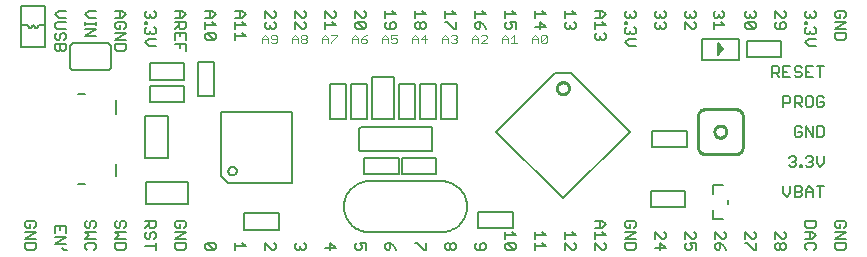
<source format=gto>
G75*
%MOIN*%
%OFA0B0*%
%FSLAX24Y24*%
%IPPOS*%
%LPD*%
%AMOC8*
5,1,8,0,0,1.08239X$1,22.5*
%
%ADD10C,0.0050*%
%ADD11C,0.0030*%
%ADD12C,0.0090*%
%ADD13C,0.0079*%
%ADD14C,0.0060*%
%ADD15C,0.0080*%
D10*
X001958Y001985D02*
X002192Y001985D01*
X002250Y002043D01*
X002250Y002218D01*
X001900Y002218D01*
X001900Y002043D01*
X001958Y001985D01*
X001900Y002353D02*
X002250Y002353D01*
X002250Y002587D02*
X001900Y002587D01*
X001958Y002721D02*
X002075Y002721D01*
X002075Y002838D01*
X001958Y002721D02*
X001900Y002780D01*
X001900Y002897D01*
X001958Y002955D01*
X002192Y002955D01*
X002250Y002897D01*
X002250Y002780D01*
X002192Y002721D01*
X002250Y002587D02*
X001900Y002353D01*
X002900Y002402D02*
X003250Y002402D01*
X002900Y002169D01*
X003250Y002169D01*
X003134Y002034D02*
X003192Y001976D01*
X003309Y001976D01*
X003900Y002043D02*
X003900Y002160D01*
X003958Y002218D01*
X004192Y002218D01*
X004250Y002160D01*
X004250Y002043D01*
X004192Y001985D01*
X003958Y001985D02*
X003900Y002043D01*
X003900Y002353D02*
X004250Y002353D01*
X004017Y002470D02*
X003900Y002353D01*
X004017Y002470D02*
X003900Y002587D01*
X004250Y002587D01*
X004192Y002721D02*
X004250Y002780D01*
X004250Y002897D01*
X004192Y002955D01*
X004134Y002955D01*
X004075Y002897D01*
X004075Y002780D01*
X004017Y002721D01*
X003958Y002721D01*
X003900Y002780D01*
X003900Y002897D01*
X003958Y002955D01*
X003250Y002771D02*
X002900Y002771D01*
X002900Y002537D01*
X003075Y002654D02*
X003075Y002771D01*
X003250Y002771D02*
X003250Y002537D01*
X004900Y002587D02*
X005017Y002470D01*
X004900Y002353D01*
X005250Y002353D01*
X005250Y002218D02*
X004900Y002218D01*
X004900Y002043D01*
X004958Y001985D01*
X005192Y001985D01*
X005250Y002043D01*
X005250Y002218D01*
X005900Y002102D02*
X006250Y002102D01*
X006250Y002218D02*
X006250Y001985D01*
X006900Y002043D02*
X006900Y002218D01*
X007250Y002218D01*
X007250Y002043D01*
X007192Y001985D01*
X006958Y001985D01*
X006900Y002043D01*
X006900Y002353D02*
X007250Y002353D01*
X007250Y002587D02*
X006900Y002353D01*
X006900Y002587D02*
X007250Y002587D01*
X007192Y002721D02*
X007250Y002780D01*
X007250Y002897D01*
X007192Y002955D01*
X006958Y002955D01*
X006900Y002897D01*
X006900Y002780D01*
X006958Y002721D01*
X007075Y002721D01*
X007075Y002838D01*
X006250Y002780D02*
X006192Y002721D01*
X006075Y002721D01*
X006017Y002780D01*
X006017Y002955D01*
X006017Y002838D02*
X005900Y002721D01*
X005958Y002587D02*
X005900Y002528D01*
X005900Y002411D01*
X005958Y002353D01*
X006017Y002353D01*
X006075Y002411D01*
X006075Y002528D01*
X006134Y002587D01*
X006192Y002587D01*
X006250Y002528D01*
X006250Y002411D01*
X006192Y002353D01*
X005250Y002587D02*
X004900Y002587D01*
X004958Y002721D02*
X004900Y002780D01*
X004900Y002897D01*
X004958Y002955D01*
X005075Y002897D02*
X005075Y002780D01*
X005017Y002721D01*
X004958Y002721D01*
X005192Y002721D02*
X005250Y002780D01*
X005250Y002897D01*
X005192Y002955D01*
X005134Y002955D01*
X005075Y002897D01*
X005900Y002955D02*
X006250Y002955D01*
X006250Y002780D01*
X007900Y002160D02*
X007958Y002218D01*
X008192Y001985D01*
X007958Y001985D01*
X007900Y002043D01*
X007900Y002160D01*
X007958Y002218D02*
X008192Y002218D01*
X008250Y002160D01*
X008250Y002043D01*
X008192Y001985D01*
X008900Y001985D02*
X008900Y002218D01*
X008900Y002102D02*
X009250Y002102D01*
X009134Y002218D01*
X009900Y002218D02*
X010134Y001985D01*
X010192Y001985D01*
X010250Y002043D01*
X010250Y002160D01*
X010192Y002218D01*
X009900Y002218D02*
X009900Y001985D01*
X010900Y002043D02*
X010958Y001985D01*
X011017Y001985D01*
X011075Y002043D01*
X011075Y002102D01*
X011075Y002043D02*
X011134Y001985D01*
X011192Y001985D01*
X011250Y002043D01*
X011250Y002160D01*
X011192Y002218D01*
X010958Y002218D02*
X010900Y002160D01*
X010900Y002043D01*
X011900Y002043D02*
X012250Y002043D01*
X012075Y002218D01*
X012075Y001985D01*
X012900Y002043D02*
X012958Y001985D01*
X013075Y001985D01*
X013134Y002043D01*
X013134Y002102D01*
X013075Y002218D01*
X013250Y002218D01*
X013250Y001985D01*
X012900Y002043D02*
X012900Y002160D01*
X012958Y002218D01*
X013900Y002160D02*
X013900Y002043D01*
X013958Y001985D01*
X014017Y001985D01*
X014075Y002043D01*
X014075Y002218D01*
X013958Y002218D01*
X013900Y002160D01*
X014075Y002218D02*
X014192Y002102D01*
X014250Y001985D01*
X014900Y002218D02*
X014958Y002218D01*
X015192Y001985D01*
X015250Y001985D01*
X015250Y002218D01*
X015900Y002160D02*
X015900Y002043D01*
X015958Y001985D01*
X016017Y001985D01*
X016075Y002043D01*
X016075Y002160D01*
X016134Y002218D01*
X016192Y002218D01*
X016250Y002160D01*
X016250Y002043D01*
X016192Y001985D01*
X016134Y001985D01*
X016075Y002043D01*
X016075Y002160D02*
X016017Y002218D01*
X015958Y002218D01*
X015900Y002160D01*
X016900Y002160D02*
X016900Y002043D01*
X016958Y001985D01*
X017192Y001985D01*
X017250Y002043D01*
X017250Y002160D01*
X017192Y002218D01*
X017134Y002218D01*
X017075Y002160D01*
X017075Y001985D01*
X016900Y002160D02*
X016958Y002218D01*
X017900Y002160D02*
X017900Y002043D01*
X017958Y001985D01*
X018192Y001985D01*
X017958Y002218D01*
X017900Y002160D01*
X017958Y002218D02*
X018192Y002218D01*
X018250Y002160D01*
X018250Y002043D01*
X018192Y001985D01*
X018900Y001985D02*
X018900Y002218D01*
X018900Y002102D02*
X019250Y002102D01*
X019134Y002218D01*
X018900Y002353D02*
X018900Y002587D01*
X018900Y002470D02*
X019250Y002470D01*
X019134Y002587D01*
X018250Y002470D02*
X017900Y002470D01*
X017900Y002587D02*
X017900Y002353D01*
X018134Y002587D02*
X018250Y002470D01*
X018150Y002700D02*
X017000Y002700D01*
X017000Y003250D01*
X018150Y003250D01*
X018150Y002700D01*
X019900Y002587D02*
X019900Y002353D01*
X019900Y002470D02*
X020250Y002470D01*
X020134Y002587D01*
X020900Y002587D02*
X020900Y002353D01*
X020900Y002470D02*
X021250Y002470D01*
X021134Y002587D01*
X021134Y002721D02*
X020900Y002721D01*
X021075Y002721D02*
X021075Y002955D01*
X021134Y002955D02*
X021250Y002838D01*
X021134Y002721D01*
X021134Y002955D02*
X020900Y002955D01*
X021900Y002897D02*
X021900Y002780D01*
X021958Y002721D01*
X022075Y002721D01*
X022075Y002838D01*
X022192Y002721D02*
X022250Y002780D01*
X022250Y002897D01*
X022192Y002955D01*
X021958Y002955D01*
X021900Y002897D01*
X021900Y002587D02*
X022250Y002587D01*
X021900Y002353D01*
X022250Y002353D01*
X022250Y002218D02*
X021900Y002218D01*
X021900Y002043D01*
X021958Y001985D01*
X022192Y001985D01*
X022250Y002043D01*
X022250Y002218D01*
X022900Y002353D02*
X022900Y002587D01*
X023134Y002353D01*
X023192Y002353D01*
X023250Y002411D01*
X023250Y002528D01*
X023192Y002587D01*
X023900Y002587D02*
X023900Y002353D01*
X023958Y002218D02*
X023900Y002160D01*
X023900Y002043D01*
X023958Y001985D01*
X024075Y001985D01*
X024134Y002043D01*
X024134Y002102D01*
X024075Y002218D01*
X024250Y002218D01*
X024250Y001985D01*
X024900Y002043D02*
X024900Y002160D01*
X024958Y002218D01*
X025075Y002218D01*
X025075Y002043D01*
X025017Y001985D01*
X024958Y001985D01*
X024900Y002043D01*
X025075Y002218D02*
X025192Y002102D01*
X025250Y001985D01*
X025900Y002218D02*
X025958Y002218D01*
X026192Y001985D01*
X026250Y001985D01*
X026250Y002218D01*
X026192Y002353D02*
X026134Y002353D01*
X025900Y002587D01*
X025900Y002353D01*
X026192Y002353D02*
X026250Y002411D01*
X026250Y002528D01*
X026192Y002587D01*
X026900Y002587D02*
X026900Y002353D01*
X026958Y002218D02*
X027017Y002218D01*
X027075Y002160D01*
X027075Y002043D01*
X027017Y001985D01*
X026958Y001985D01*
X026900Y002043D01*
X026900Y002160D01*
X026958Y002218D01*
X027075Y002160D02*
X027134Y002218D01*
X027192Y002218D01*
X027250Y002160D01*
X027250Y002043D01*
X027192Y001985D01*
X027134Y001985D01*
X027075Y002043D01*
X027134Y002353D02*
X027192Y002353D01*
X027250Y002411D01*
X027250Y002528D01*
X027192Y002587D01*
X027134Y002353D02*
X026900Y002587D01*
X027900Y002587D02*
X028134Y002587D01*
X028250Y002470D01*
X028134Y002353D01*
X027900Y002353D01*
X027958Y002218D02*
X027900Y002160D01*
X027900Y002043D01*
X027958Y001985D01*
X028192Y001985D02*
X028250Y002043D01*
X028250Y002160D01*
X028192Y002218D01*
X027958Y002218D01*
X028075Y002353D02*
X028075Y002587D01*
X027958Y002721D02*
X028192Y002721D01*
X028250Y002780D01*
X028250Y002955D01*
X027900Y002955D01*
X027900Y002780D01*
X027958Y002721D01*
X028900Y002780D02*
X028958Y002721D01*
X029075Y002721D01*
X029075Y002838D01*
X029192Y002721D02*
X029250Y002780D01*
X029250Y002897D01*
X029192Y002955D01*
X028958Y002955D01*
X028900Y002897D01*
X028900Y002780D01*
X028900Y002587D02*
X029250Y002587D01*
X028900Y002353D01*
X029250Y002353D01*
X029250Y002218D02*
X028900Y002218D01*
X028900Y002043D01*
X028958Y001985D01*
X029192Y001985D01*
X029250Y002043D01*
X029250Y002218D01*
X025250Y002411D02*
X025250Y002528D01*
X025192Y002587D01*
X025250Y002411D02*
X025192Y002353D01*
X025134Y002353D01*
X024900Y002587D01*
X024900Y002353D01*
X024250Y002411D02*
X024250Y002528D01*
X024192Y002587D01*
X024250Y002411D02*
X024192Y002353D01*
X024134Y002353D01*
X023900Y002587D01*
X023250Y002043D02*
X023075Y002218D01*
X023075Y001985D01*
X022900Y002043D02*
X023250Y002043D01*
X021250Y002043D02*
X021192Y001985D01*
X021134Y001985D01*
X020900Y002218D01*
X020900Y001985D01*
X021250Y002043D02*
X021250Y002160D01*
X021192Y002218D01*
X020250Y002160D02*
X020250Y002043D01*
X020192Y001985D01*
X020134Y001985D01*
X019900Y002218D01*
X019900Y001985D01*
X020192Y002218D02*
X020250Y002160D01*
X022750Y003400D02*
X022750Y003950D01*
X023900Y003950D01*
X023900Y003400D01*
X022750Y003400D01*
X024825Y003300D02*
X024825Y003000D01*
X025175Y003000D01*
X025325Y003500D02*
X025325Y003650D01*
X024825Y003850D02*
X024825Y004150D01*
X025175Y004150D01*
X027177Y004100D02*
X027177Y003867D01*
X027294Y003750D01*
X027410Y003867D01*
X027410Y004100D01*
X027545Y004100D02*
X027720Y004100D01*
X027779Y004042D01*
X027779Y003984D01*
X027720Y003925D01*
X027545Y003925D01*
X027545Y003750D02*
X027720Y003750D01*
X027779Y003808D01*
X027779Y003867D01*
X027720Y003925D01*
X027913Y003925D02*
X028147Y003925D01*
X028147Y003984D02*
X028147Y003750D01*
X027913Y003750D02*
X027913Y003984D01*
X028030Y004100D01*
X028147Y003984D01*
X028282Y004100D02*
X028515Y004100D01*
X028398Y004100D02*
X028398Y003750D01*
X027545Y003750D02*
X027545Y004100D01*
X027536Y004750D02*
X027419Y004750D01*
X027361Y004808D01*
X027478Y004925D02*
X027536Y004925D01*
X027594Y004867D01*
X027594Y004808D01*
X027536Y004750D01*
X027729Y004750D02*
X027788Y004750D01*
X027788Y004808D01*
X027729Y004808D01*
X027729Y004750D01*
X027913Y004808D02*
X027972Y004750D01*
X028089Y004750D01*
X028147Y004808D01*
X028147Y004867D01*
X028089Y004925D01*
X028030Y004925D01*
X028089Y004925D02*
X028147Y004984D01*
X028147Y005042D01*
X028089Y005100D01*
X027972Y005100D01*
X027913Y005042D01*
X027594Y005042D02*
X027594Y004984D01*
X027536Y004925D01*
X027594Y005042D02*
X027536Y005100D01*
X027419Y005100D01*
X027361Y005042D01*
X028282Y005100D02*
X028282Y004867D01*
X028398Y004750D01*
X028515Y004867D01*
X028515Y005100D01*
X028457Y005750D02*
X028282Y005750D01*
X028282Y006100D01*
X028457Y006100D01*
X028515Y006042D01*
X028515Y005808D01*
X028457Y005750D01*
X028147Y005750D02*
X028147Y006100D01*
X027913Y006100D02*
X028147Y005750D01*
X027913Y005750D02*
X027913Y006100D01*
X027779Y006042D02*
X027720Y006100D01*
X027603Y006100D01*
X027545Y006042D01*
X027545Y005808D01*
X027603Y005750D01*
X027720Y005750D01*
X027779Y005808D01*
X027779Y005925D01*
X027662Y005925D01*
X027779Y006750D02*
X027662Y006867D01*
X027720Y006867D02*
X027545Y006867D01*
X027545Y006750D02*
X027545Y007100D01*
X027720Y007100D01*
X027779Y007042D01*
X027779Y006925D01*
X027720Y006867D01*
X027913Y006808D02*
X027972Y006750D01*
X028089Y006750D01*
X028147Y006808D01*
X028147Y007042D01*
X028089Y007100D01*
X027972Y007100D01*
X027913Y007042D01*
X027913Y006808D01*
X028282Y006808D02*
X028340Y006750D01*
X028457Y006750D01*
X028515Y006808D01*
X028515Y006925D01*
X028398Y006925D01*
X028282Y007042D02*
X028282Y006808D01*
X028282Y007042D02*
X028340Y007100D01*
X028457Y007100D01*
X028515Y007042D01*
X027410Y007042D02*
X027410Y006925D01*
X027352Y006867D01*
X027177Y006867D01*
X027177Y006750D02*
X027177Y007100D01*
X027352Y007100D01*
X027410Y007042D01*
X027410Y007750D02*
X027177Y007750D01*
X027177Y008100D01*
X027410Y008100D01*
X027545Y008042D02*
X027545Y007984D01*
X027603Y007925D01*
X027720Y007925D01*
X027779Y007867D01*
X027779Y007808D01*
X027720Y007750D01*
X027603Y007750D01*
X027545Y007808D01*
X027294Y007925D02*
X027177Y007925D01*
X027042Y007925D02*
X026984Y007867D01*
X026808Y007867D01*
X026808Y007750D02*
X026808Y008100D01*
X026984Y008100D01*
X027042Y008042D01*
X027042Y007925D01*
X026925Y007867D02*
X027042Y007750D01*
X027545Y008042D02*
X027603Y008100D01*
X027720Y008100D01*
X027779Y008042D01*
X027913Y008100D02*
X027913Y007750D01*
X028147Y007750D01*
X028398Y007750D02*
X028398Y008100D01*
X028282Y008100D02*
X028515Y008100D01*
X028147Y008100D02*
X027913Y008100D01*
X027913Y007925D02*
X028030Y007925D01*
X027100Y008400D02*
X027100Y008950D01*
X025950Y008950D01*
X025950Y008400D01*
X027100Y008400D01*
X027900Y008912D02*
X028017Y008796D01*
X028250Y008796D01*
X028017Y009029D02*
X027900Y008912D01*
X028017Y009029D02*
X028250Y009029D01*
X028192Y009164D02*
X028134Y009164D01*
X028075Y009222D01*
X028017Y009164D01*
X027958Y009164D01*
X027900Y009222D01*
X027900Y009339D01*
X027958Y009398D01*
X027958Y009523D02*
X027900Y009523D01*
X027900Y009582D01*
X027958Y009582D01*
X027958Y009523D01*
X028192Y009398D02*
X028250Y009339D01*
X028250Y009222D01*
X028192Y009164D01*
X028075Y009222D02*
X028075Y009281D01*
X028900Y009348D02*
X029250Y009348D01*
X029250Y009213D02*
X028900Y009213D01*
X028900Y009038D01*
X028958Y008980D01*
X029192Y008980D01*
X029250Y009038D01*
X029250Y009213D01*
X029250Y009582D02*
X028900Y009348D01*
X028900Y009582D02*
X029250Y009582D01*
X029192Y009716D02*
X029250Y009775D01*
X029250Y009892D01*
X029192Y009950D01*
X028958Y009950D01*
X028900Y009892D01*
X028900Y009775D01*
X028958Y009716D01*
X029075Y009716D01*
X029075Y009833D01*
X028250Y009775D02*
X028192Y009716D01*
X028134Y009716D01*
X028075Y009775D01*
X028017Y009716D01*
X027958Y009716D01*
X027900Y009775D01*
X027900Y009892D01*
X027958Y009950D01*
X028075Y009833D02*
X028075Y009775D01*
X028250Y009775D02*
X028250Y009892D01*
X028192Y009950D01*
X027250Y009892D02*
X027250Y009775D01*
X027192Y009716D01*
X027134Y009716D01*
X026900Y009950D01*
X026900Y009716D01*
X026958Y009582D02*
X026900Y009523D01*
X026900Y009407D01*
X026958Y009348D01*
X027192Y009348D01*
X027250Y009407D01*
X027250Y009523D01*
X027192Y009582D01*
X027134Y009582D01*
X027075Y009523D01*
X027075Y009348D01*
X026250Y009407D02*
X026192Y009348D01*
X025958Y009582D01*
X025900Y009523D01*
X025900Y009407D01*
X025958Y009348D01*
X026192Y009348D01*
X026250Y009407D02*
X026250Y009523D01*
X026192Y009582D01*
X025958Y009582D01*
X025958Y009716D02*
X025900Y009775D01*
X025900Y009892D01*
X025958Y009950D01*
X026075Y009833D02*
X026075Y009775D01*
X026017Y009716D01*
X025958Y009716D01*
X026075Y009775D02*
X026134Y009716D01*
X026192Y009716D01*
X026250Y009775D01*
X026250Y009892D01*
X026192Y009950D01*
X027192Y009950D02*
X027250Y009892D01*
X025700Y009025D02*
X024450Y009025D01*
X024450Y008325D01*
X025700Y008325D01*
X025700Y009025D01*
X025150Y008675D02*
X025000Y008875D01*
X025125Y008650D01*
X025000Y008775D01*
X025100Y008625D01*
X025000Y008675D01*
X025075Y008575D01*
X025000Y008575D01*
X025000Y008475D01*
X025075Y008575D01*
X025150Y008675D01*
X025000Y008675D02*
X025000Y008575D01*
X025000Y008675D02*
X025000Y008775D01*
X025000Y008875D01*
X024850Y009348D02*
X024850Y009582D01*
X024850Y009465D02*
X025200Y009465D01*
X025084Y009582D01*
X025084Y009716D02*
X025025Y009775D01*
X024967Y009716D01*
X024908Y009716D01*
X024850Y009775D01*
X024850Y009892D01*
X024908Y009950D01*
X025025Y009833D02*
X025025Y009775D01*
X025084Y009716D02*
X025142Y009716D01*
X025200Y009775D01*
X025200Y009892D01*
X025142Y009950D01*
X024250Y009892D02*
X024250Y009775D01*
X024192Y009716D01*
X024134Y009716D01*
X024075Y009775D01*
X024017Y009716D01*
X023958Y009716D01*
X023900Y009775D01*
X023900Y009892D01*
X023958Y009950D01*
X024075Y009833D02*
X024075Y009775D01*
X024192Y009950D02*
X024250Y009892D01*
X024192Y009582D02*
X024250Y009523D01*
X024250Y009407D01*
X024192Y009348D01*
X024134Y009348D01*
X023900Y009582D01*
X023900Y009348D01*
X023250Y009407D02*
X023192Y009348D01*
X023134Y009348D01*
X023075Y009407D01*
X023017Y009348D01*
X022958Y009348D01*
X022900Y009407D01*
X022900Y009523D01*
X022958Y009582D01*
X022958Y009716D02*
X022900Y009775D01*
X022900Y009892D01*
X022958Y009950D01*
X023075Y009833D02*
X023075Y009775D01*
X023017Y009716D01*
X022958Y009716D01*
X023075Y009775D02*
X023134Y009716D01*
X023192Y009716D01*
X023250Y009775D01*
X023250Y009892D01*
X023192Y009950D01*
X023192Y009582D02*
X023250Y009523D01*
X023250Y009407D01*
X023075Y009407D02*
X023075Y009465D01*
X022250Y009339D02*
X022250Y009222D01*
X022192Y009164D01*
X022134Y009164D01*
X022075Y009222D01*
X022017Y009164D01*
X021958Y009164D01*
X021900Y009222D01*
X021900Y009339D01*
X021958Y009398D01*
X021958Y009523D02*
X021900Y009523D01*
X021900Y009582D01*
X021958Y009582D01*
X021958Y009523D01*
X022192Y009398D02*
X022250Y009339D01*
X022075Y009281D02*
X022075Y009222D01*
X022017Y009029D02*
X021900Y008912D01*
X022017Y008796D01*
X022250Y008796D01*
X022250Y009029D02*
X022017Y009029D01*
X021250Y009038D02*
X021192Y008980D01*
X021134Y008980D01*
X021075Y009038D01*
X021017Y008980D01*
X020958Y008980D01*
X020900Y009038D01*
X020900Y009155D01*
X020958Y009213D01*
X020900Y009348D02*
X020900Y009582D01*
X020900Y009465D02*
X021250Y009465D01*
X021134Y009582D01*
X021134Y009716D02*
X020900Y009716D01*
X021075Y009716D02*
X021075Y009950D01*
X021134Y009950D02*
X021250Y009833D01*
X021134Y009716D01*
X021134Y009950D02*
X020900Y009950D01*
X020250Y009833D02*
X019900Y009833D01*
X019900Y009950D02*
X019900Y009716D01*
X019958Y009582D02*
X019900Y009523D01*
X019900Y009407D01*
X019958Y009348D01*
X020017Y009348D01*
X020075Y009407D01*
X020075Y009465D01*
X020075Y009407D02*
X020134Y009348D01*
X020192Y009348D01*
X020250Y009407D01*
X020250Y009523D01*
X020192Y009582D01*
X020250Y009833D02*
X020134Y009950D01*
X019250Y009833D02*
X018900Y009833D01*
X018900Y009950D02*
X018900Y009716D01*
X019075Y009582D02*
X019075Y009348D01*
X018900Y009407D02*
X019250Y009407D01*
X019075Y009582D01*
X019250Y009833D02*
X019134Y009950D01*
X018250Y009833D02*
X017900Y009833D01*
X017900Y009950D02*
X017900Y009716D01*
X017958Y009582D02*
X017900Y009523D01*
X017900Y009407D01*
X017958Y009348D01*
X018075Y009348D01*
X018134Y009407D01*
X018134Y009465D01*
X018075Y009582D01*
X018250Y009582D01*
X018250Y009348D01*
X017250Y009348D02*
X017192Y009465D01*
X017075Y009582D01*
X017075Y009407D01*
X017017Y009348D01*
X016958Y009348D01*
X016900Y009407D01*
X016900Y009523D01*
X016958Y009582D01*
X017075Y009582D01*
X016900Y009716D02*
X016900Y009950D01*
X016900Y009833D02*
X017250Y009833D01*
X017134Y009950D01*
X016250Y009833D02*
X015900Y009833D01*
X015900Y009950D02*
X015900Y009716D01*
X015900Y009582D02*
X015958Y009582D01*
X016192Y009348D01*
X016250Y009348D01*
X016250Y009582D01*
X016250Y009833D02*
X016134Y009950D01*
X015250Y009833D02*
X014900Y009833D01*
X014900Y009950D02*
X014900Y009716D01*
X014958Y009582D02*
X015017Y009582D01*
X015075Y009523D01*
X015075Y009407D01*
X015017Y009348D01*
X014958Y009348D01*
X014900Y009407D01*
X014900Y009523D01*
X014958Y009582D01*
X015075Y009523D02*
X015134Y009582D01*
X015192Y009582D01*
X015250Y009523D01*
X015250Y009407D01*
X015192Y009348D01*
X015134Y009348D01*
X015075Y009407D01*
X014250Y009407D02*
X014250Y009523D01*
X014192Y009582D01*
X014134Y009582D01*
X014075Y009523D01*
X014075Y009348D01*
X013958Y009348D02*
X014192Y009348D01*
X014250Y009407D01*
X013958Y009348D02*
X013900Y009407D01*
X013900Y009523D01*
X013958Y009582D01*
X013900Y009716D02*
X013900Y009950D01*
X013900Y009833D02*
X014250Y009833D01*
X014134Y009950D01*
X013250Y009892D02*
X013250Y009775D01*
X013192Y009716D01*
X013134Y009716D01*
X012900Y009950D01*
X012900Y009716D01*
X012958Y009582D02*
X013192Y009348D01*
X012958Y009348D01*
X012900Y009407D01*
X012900Y009523D01*
X012958Y009582D01*
X013192Y009582D01*
X013250Y009523D01*
X013250Y009407D01*
X013192Y009348D01*
X012250Y009465D02*
X011900Y009465D01*
X011900Y009582D02*
X011900Y009348D01*
X012134Y009582D02*
X012250Y009465D01*
X012192Y009716D02*
X012250Y009775D01*
X012250Y009892D01*
X012192Y009950D01*
X012134Y009716D02*
X011900Y009950D01*
X011900Y009716D01*
X012134Y009716D02*
X012192Y009716D01*
X011250Y009775D02*
X011250Y009892D01*
X011192Y009950D01*
X011134Y009716D02*
X010900Y009950D01*
X010900Y009716D01*
X010900Y009582D02*
X011134Y009348D01*
X011192Y009348D01*
X011250Y009407D01*
X011250Y009523D01*
X011192Y009582D01*
X011192Y009716D02*
X011134Y009716D01*
X011192Y009716D02*
X011250Y009775D01*
X010900Y009582D02*
X010900Y009348D01*
X010250Y009407D02*
X010192Y009348D01*
X010134Y009348D01*
X010075Y009407D01*
X010017Y009348D01*
X009958Y009348D01*
X009900Y009407D01*
X009900Y009523D01*
X009958Y009582D01*
X009900Y009716D02*
X009900Y009950D01*
X010134Y009716D01*
X010192Y009716D01*
X010250Y009775D01*
X010250Y009892D01*
X010192Y009950D01*
X010192Y009582D02*
X010250Y009523D01*
X010250Y009407D01*
X010075Y009407D02*
X010075Y009465D01*
X009250Y009465D02*
X008900Y009465D01*
X008900Y009582D02*
X008900Y009348D01*
X008900Y009213D02*
X008900Y008980D01*
X008900Y009097D02*
X009250Y009097D01*
X009134Y009213D01*
X009250Y009465D02*
X009134Y009582D01*
X009134Y009716D02*
X008900Y009716D01*
X009075Y009716D02*
X009075Y009950D01*
X009134Y009950D02*
X009250Y009833D01*
X009134Y009716D01*
X009134Y009950D02*
X008900Y009950D01*
X008250Y009833D02*
X008134Y009716D01*
X007900Y009716D01*
X007900Y009582D02*
X007900Y009348D01*
X007900Y009465D02*
X008250Y009465D01*
X008134Y009582D01*
X008075Y009716D02*
X008075Y009950D01*
X008134Y009950D02*
X008250Y009833D01*
X008134Y009950D02*
X007900Y009950D01*
X007250Y009833D02*
X007134Y009716D01*
X006900Y009716D01*
X006900Y009582D02*
X007250Y009582D01*
X007250Y009407D01*
X007192Y009348D01*
X007075Y009348D01*
X007017Y009407D01*
X007017Y009582D01*
X007017Y009465D02*
X006900Y009348D01*
X006900Y009213D02*
X006900Y008980D01*
X006900Y008845D02*
X007250Y008845D01*
X007250Y008612D01*
X007075Y008728D02*
X007075Y008845D01*
X007250Y008980D02*
X007250Y009213D01*
X006900Y009213D01*
X007075Y009213D02*
X007075Y009097D01*
X007900Y009038D02*
X007900Y009155D01*
X007958Y009213D01*
X008192Y008980D01*
X007958Y008980D01*
X007900Y009038D01*
X008192Y008980D02*
X008250Y009038D01*
X008250Y009155D01*
X008192Y009213D01*
X007958Y009213D01*
X007075Y009716D02*
X007075Y009950D01*
X007134Y009950D02*
X007250Y009833D01*
X007134Y009950D02*
X006900Y009950D01*
X006250Y009892D02*
X006250Y009775D01*
X006192Y009716D01*
X006134Y009716D01*
X006075Y009775D01*
X006017Y009716D01*
X005958Y009716D01*
X005900Y009775D01*
X005900Y009892D01*
X005958Y009950D01*
X006075Y009833D02*
X006075Y009775D01*
X006192Y009950D02*
X006250Y009892D01*
X005958Y009582D02*
X005958Y009523D01*
X005900Y009523D01*
X005900Y009582D01*
X005958Y009582D01*
X005958Y009398D02*
X005900Y009339D01*
X005900Y009222D01*
X005958Y009164D01*
X006017Y009164D01*
X006075Y009222D01*
X006075Y009281D01*
X006075Y009222D02*
X006134Y009164D01*
X006192Y009164D01*
X006250Y009222D01*
X006250Y009339D01*
X006192Y009398D01*
X006250Y009029D02*
X006017Y009029D01*
X005900Y008912D01*
X006017Y008796D01*
X006250Y008796D01*
X005250Y008845D02*
X005250Y008670D01*
X005192Y008612D01*
X004958Y008612D01*
X004900Y008670D01*
X004900Y008845D01*
X005250Y008845D01*
X005250Y008980D02*
X004900Y008980D01*
X005250Y009213D01*
X004900Y009213D01*
X004958Y009348D02*
X005075Y009348D01*
X005075Y009465D01*
X004958Y009582D02*
X004900Y009523D01*
X004900Y009407D01*
X004958Y009348D01*
X005192Y009348D02*
X005250Y009407D01*
X005250Y009523D01*
X005192Y009582D01*
X004958Y009582D01*
X004900Y009716D02*
X005134Y009716D01*
X005250Y009833D01*
X005134Y009950D01*
X004900Y009950D01*
X005075Y009950D02*
X005075Y009716D01*
X004250Y009716D02*
X004017Y009716D01*
X003900Y009833D01*
X004017Y009950D01*
X004250Y009950D01*
X004250Y009582D02*
X004250Y009465D01*
X004250Y009523D02*
X003900Y009523D01*
X003900Y009465D02*
X003900Y009582D01*
X003900Y009336D02*
X004250Y009336D01*
X003900Y009103D01*
X004250Y009103D01*
X003250Y009155D02*
X003250Y009038D01*
X003192Y008980D01*
X003075Y009038D02*
X003075Y009155D01*
X003134Y009213D01*
X003192Y009213D01*
X003250Y009155D01*
X003075Y009038D02*
X003017Y008980D01*
X002958Y008980D01*
X002900Y009038D01*
X002900Y009155D01*
X002958Y009213D01*
X002958Y009348D02*
X003250Y009348D01*
X002958Y009348D02*
X002900Y009407D01*
X002900Y009523D01*
X002958Y009582D01*
X003250Y009582D01*
X003250Y009716D02*
X003017Y009716D01*
X002900Y009833D01*
X003017Y009950D01*
X003250Y009950D01*
X002575Y010100D02*
X002575Y009475D01*
X002375Y009475D01*
X002362Y009473D01*
X002350Y009468D01*
X002340Y009460D01*
X002332Y009450D01*
X002327Y009438D01*
X002325Y009425D01*
X002323Y009412D01*
X002318Y009400D01*
X002310Y009390D01*
X002300Y009382D01*
X002288Y009377D01*
X002275Y009375D01*
X002262Y009377D01*
X002250Y009382D01*
X002240Y009390D01*
X002232Y009400D01*
X002227Y009412D01*
X002225Y009425D01*
X002223Y009438D01*
X002218Y009450D01*
X002210Y009460D01*
X002200Y009468D01*
X002188Y009473D01*
X002175Y009475D01*
X002162Y009473D01*
X002150Y009468D01*
X002140Y009460D01*
X002132Y009450D01*
X002127Y009438D01*
X002125Y009425D01*
X002123Y009412D01*
X002118Y009400D01*
X002110Y009390D01*
X002100Y009382D01*
X002088Y009377D01*
X002075Y009375D01*
X002062Y009377D01*
X002050Y009382D01*
X002040Y009390D01*
X002032Y009400D01*
X002027Y009412D01*
X002025Y009425D01*
X002023Y009438D01*
X002018Y009450D01*
X002010Y009460D01*
X002000Y009468D01*
X001988Y009473D01*
X001975Y009475D01*
X001775Y009475D01*
X001775Y010100D01*
X002575Y010100D01*
X002575Y009475D02*
X002575Y008750D01*
X001775Y008750D01*
X001775Y009475D01*
X002900Y008845D02*
X002900Y008670D01*
X002958Y008612D01*
X003017Y008612D01*
X003075Y008670D01*
X003075Y008845D01*
X002900Y008845D02*
X003250Y008845D01*
X003250Y008670D01*
X003192Y008612D01*
X003134Y008612D01*
X003075Y008670D01*
X006050Y008200D02*
X006050Y007650D01*
X007200Y007650D01*
X007200Y008200D01*
X006050Y008200D01*
X007650Y008250D02*
X008200Y008250D01*
X008200Y007100D01*
X007650Y007100D01*
X007650Y008250D01*
X007200Y007450D02*
X006050Y007450D01*
X006050Y006900D01*
X007200Y006900D01*
X007200Y007450D01*
X006650Y006450D02*
X005900Y006450D01*
X005900Y005050D01*
X006650Y005050D01*
X006650Y006450D01*
X012050Y006350D02*
X012600Y006350D01*
X012600Y007500D01*
X012050Y007500D01*
X012050Y006350D01*
X012750Y006350D02*
X012750Y007500D01*
X013300Y007500D01*
X013300Y006350D01*
X012750Y006350D01*
X013450Y006350D02*
X013450Y007750D01*
X014200Y007750D01*
X014200Y006350D01*
X013450Y006350D01*
X014350Y006350D02*
X014900Y006350D01*
X014900Y007500D01*
X014350Y007500D01*
X014350Y006350D01*
X015050Y006350D02*
X015050Y007500D01*
X015600Y007500D01*
X015600Y006350D01*
X015050Y006350D01*
X015750Y006350D02*
X016300Y006350D01*
X016300Y007500D01*
X015750Y007500D01*
X015750Y006350D01*
X015600Y005050D02*
X014450Y005050D01*
X014450Y004500D01*
X015600Y004500D01*
X015600Y005050D01*
X014350Y005050D02*
X014350Y004500D01*
X013200Y004500D01*
X013200Y005050D01*
X014350Y005050D01*
X010350Y003200D02*
X009200Y003200D01*
X009200Y002650D01*
X010350Y002650D01*
X010350Y003200D01*
X007325Y003500D02*
X005925Y003500D01*
X005925Y004250D01*
X007325Y004250D01*
X007325Y003500D01*
X021075Y009038D02*
X021075Y009097D01*
X021192Y009213D02*
X021250Y009155D01*
X021250Y009038D01*
X021958Y009716D02*
X021900Y009775D01*
X021900Y009892D01*
X021958Y009950D01*
X022075Y009833D02*
X022075Y009775D01*
X022017Y009716D01*
X021958Y009716D01*
X022075Y009775D02*
X022134Y009716D01*
X022192Y009716D01*
X022250Y009775D01*
X022250Y009892D01*
X022192Y009950D01*
X018250Y009833D02*
X018134Y009950D01*
X015250Y009833D02*
X015134Y009950D01*
X013250Y009892D02*
X013192Y009950D01*
X022800Y005950D02*
X022800Y005400D01*
X023950Y005400D01*
X023950Y005950D01*
X022800Y005950D01*
D11*
X019283Y008918D02*
X019235Y008870D01*
X019138Y008870D01*
X019090Y008918D01*
X019283Y009112D01*
X019283Y008918D01*
X019090Y008918D02*
X019090Y009112D01*
X019138Y009160D01*
X019235Y009160D01*
X019283Y009112D01*
X018989Y009063D02*
X018989Y008870D01*
X018989Y009015D02*
X018795Y009015D01*
X018795Y009063D02*
X018892Y009160D01*
X018989Y009063D01*
X018795Y009063D02*
X018795Y008870D01*
X018283Y008870D02*
X018090Y008870D01*
X018187Y008870D02*
X018187Y009160D01*
X018090Y009063D01*
X017989Y009063D02*
X017989Y008870D01*
X017989Y009015D02*
X017795Y009015D01*
X017795Y009063D02*
X017892Y009160D01*
X017989Y009063D01*
X017795Y009063D02*
X017795Y008870D01*
X017283Y008870D02*
X017090Y008870D01*
X017283Y009063D01*
X017283Y009112D01*
X017235Y009160D01*
X017138Y009160D01*
X017090Y009112D01*
X016989Y009063D02*
X016989Y008870D01*
X016989Y009015D02*
X016795Y009015D01*
X016795Y009063D02*
X016892Y009160D01*
X016989Y009063D01*
X016795Y009063D02*
X016795Y008870D01*
X016283Y008918D02*
X016283Y008967D01*
X016235Y009015D01*
X016187Y009015D01*
X016235Y009015D02*
X016283Y009063D01*
X016283Y009112D01*
X016235Y009160D01*
X016138Y009160D01*
X016090Y009112D01*
X015989Y009063D02*
X015989Y008870D01*
X016090Y008918D02*
X016138Y008870D01*
X016235Y008870D01*
X016283Y008918D01*
X015989Y009015D02*
X015795Y009015D01*
X015795Y009063D02*
X015892Y009160D01*
X015989Y009063D01*
X015795Y009063D02*
X015795Y008870D01*
X015283Y009015D02*
X015090Y009015D01*
X015235Y009160D01*
X015235Y008870D01*
X014989Y008870D02*
X014989Y009063D01*
X014892Y009160D01*
X014795Y009063D01*
X014795Y008870D01*
X014795Y009015D02*
X014989Y009015D01*
X014283Y009015D02*
X014283Y008918D01*
X014235Y008870D01*
X014138Y008870D01*
X014090Y008918D01*
X014090Y009015D02*
X014187Y009063D01*
X014235Y009063D01*
X014283Y009015D01*
X014283Y009160D02*
X014090Y009160D01*
X014090Y009015D01*
X013989Y009015D02*
X013795Y009015D01*
X013795Y009063D02*
X013892Y009160D01*
X013989Y009063D01*
X013989Y008870D01*
X013795Y008870D02*
X013795Y009063D01*
X013283Y008967D02*
X013283Y008918D01*
X013235Y008870D01*
X013138Y008870D01*
X013090Y008918D01*
X013090Y009015D01*
X013235Y009015D01*
X013283Y008967D01*
X013187Y009112D02*
X013090Y009015D01*
X012989Y009015D02*
X012795Y009015D01*
X012795Y009063D02*
X012892Y009160D01*
X012989Y009063D01*
X012989Y008870D01*
X012795Y008870D02*
X012795Y009063D01*
X013187Y009112D02*
X013283Y009160D01*
X012283Y009160D02*
X012283Y009112D01*
X012090Y008918D01*
X012090Y008870D01*
X011989Y008870D02*
X011989Y009063D01*
X011892Y009160D01*
X011795Y009063D01*
X011795Y008870D01*
X011795Y009015D02*
X011989Y009015D01*
X012090Y009160D02*
X012283Y009160D01*
X011283Y009112D02*
X011283Y009063D01*
X011235Y009015D01*
X011138Y009015D01*
X011090Y009063D01*
X011090Y009112D01*
X011138Y009160D01*
X011235Y009160D01*
X011283Y009112D01*
X011235Y009015D02*
X011283Y008967D01*
X011283Y008918D01*
X011235Y008870D01*
X011138Y008870D01*
X011090Y008918D01*
X011090Y008967D01*
X011138Y009015D01*
X010989Y009015D02*
X010795Y009015D01*
X010795Y009063D02*
X010892Y009160D01*
X010989Y009063D01*
X010989Y008870D01*
X010795Y008870D02*
X010795Y009063D01*
X010283Y009015D02*
X010138Y009015D01*
X010090Y009063D01*
X010090Y009112D01*
X010138Y009160D01*
X010235Y009160D01*
X010283Y009112D01*
X010283Y008918D01*
X010235Y008870D01*
X010138Y008870D01*
X010090Y008918D01*
X009989Y008870D02*
X009989Y009063D01*
X009892Y009160D01*
X009795Y009063D01*
X009795Y008870D01*
X009795Y009015D02*
X009989Y009015D01*
D12*
X019625Y007373D02*
X019627Y007401D01*
X019633Y007428D01*
X019642Y007454D01*
X019655Y007479D01*
X019672Y007502D01*
X019691Y007522D01*
X019713Y007539D01*
X019737Y007553D01*
X019763Y007563D01*
X019790Y007570D01*
X019818Y007573D01*
X019846Y007572D01*
X019873Y007567D01*
X019900Y007558D01*
X019925Y007546D01*
X019948Y007531D01*
X019969Y007512D01*
X019987Y007491D01*
X020002Y007467D01*
X020013Y007441D01*
X020021Y007415D01*
X020025Y007387D01*
X020025Y007359D01*
X020021Y007331D01*
X020013Y007305D01*
X020002Y007279D01*
X019987Y007255D01*
X019969Y007234D01*
X019948Y007215D01*
X019925Y007200D01*
X019900Y007188D01*
X019873Y007179D01*
X019846Y007174D01*
X019818Y007173D01*
X019790Y007176D01*
X019763Y007183D01*
X019737Y007193D01*
X019713Y007207D01*
X019691Y007224D01*
X019672Y007244D01*
X019655Y007267D01*
X019642Y007292D01*
X019633Y007318D01*
X019627Y007345D01*
X019625Y007373D01*
X024325Y006425D02*
X024325Y005675D01*
X024325Y005425D01*
X024327Y005395D01*
X024332Y005365D01*
X024341Y005336D01*
X024354Y005309D01*
X024369Y005283D01*
X024388Y005259D01*
X024409Y005238D01*
X024433Y005219D01*
X024459Y005204D01*
X024486Y005191D01*
X024515Y005182D01*
X024545Y005177D01*
X024575Y005175D01*
X025575Y005175D01*
X025605Y005177D01*
X025635Y005182D01*
X025664Y005191D01*
X025691Y005204D01*
X025717Y005219D01*
X025741Y005238D01*
X025762Y005259D01*
X025781Y005283D01*
X025796Y005309D01*
X025809Y005336D01*
X025818Y005365D01*
X025823Y005395D01*
X025825Y005425D01*
X025825Y006425D01*
X025823Y006455D01*
X025818Y006485D01*
X025809Y006514D01*
X025796Y006541D01*
X025781Y006567D01*
X025762Y006591D01*
X025741Y006612D01*
X025717Y006631D01*
X025691Y006646D01*
X025664Y006659D01*
X025635Y006668D01*
X025605Y006673D01*
X025575Y006675D01*
X024575Y006675D01*
X024545Y006673D01*
X024515Y006668D01*
X024486Y006659D01*
X024459Y006646D01*
X024433Y006631D01*
X024409Y006612D01*
X024388Y006591D01*
X024369Y006567D01*
X024354Y006541D01*
X024341Y006514D01*
X024332Y006485D01*
X024327Y006455D01*
X024325Y006425D01*
X024875Y005925D02*
X024877Y005953D01*
X024883Y005980D01*
X024892Y006006D01*
X024905Y006031D01*
X024922Y006054D01*
X024941Y006074D01*
X024963Y006091D01*
X024987Y006105D01*
X025013Y006115D01*
X025040Y006122D01*
X025068Y006125D01*
X025096Y006124D01*
X025123Y006119D01*
X025150Y006110D01*
X025175Y006098D01*
X025198Y006083D01*
X025219Y006064D01*
X025237Y006043D01*
X025252Y006019D01*
X025263Y005993D01*
X025271Y005967D01*
X025275Y005939D01*
X025275Y005911D01*
X025271Y005883D01*
X025263Y005857D01*
X025252Y005831D01*
X025237Y005807D01*
X025219Y005786D01*
X025198Y005767D01*
X025175Y005752D01*
X025150Y005740D01*
X025123Y005731D01*
X025096Y005726D01*
X025068Y005725D01*
X025040Y005728D01*
X025013Y005735D01*
X024987Y005745D01*
X024963Y005759D01*
X024941Y005776D01*
X024922Y005796D01*
X024905Y005819D01*
X024892Y005844D01*
X024883Y005870D01*
X024877Y005897D01*
X024875Y005925D01*
D13*
X022052Y005925D02*
X020103Y007874D01*
X019547Y007874D01*
X017598Y005925D01*
X019825Y003698D01*
X022052Y005925D01*
X004916Y006502D02*
X004916Y006974D01*
X003906Y007175D02*
X003648Y007175D01*
X004916Y004848D02*
X004916Y004455D01*
X003906Y004175D02*
X003648Y004175D01*
D14*
X008419Y004455D02*
X008655Y004219D01*
X010781Y004219D01*
X010781Y006581D01*
X008419Y006581D01*
X008419Y004455D01*
X008676Y004613D02*
X008678Y004636D01*
X008684Y004659D01*
X008693Y004680D01*
X008706Y004699D01*
X008722Y004716D01*
X008741Y004730D01*
X008762Y004740D01*
X008784Y004747D01*
X008807Y004750D01*
X008830Y004749D01*
X008853Y004744D01*
X008875Y004735D01*
X008894Y004723D01*
X008912Y004708D01*
X008927Y004690D01*
X008938Y004669D01*
X008946Y004648D01*
X008950Y004625D01*
X008950Y004601D01*
X008946Y004578D01*
X008938Y004557D01*
X008927Y004536D01*
X008912Y004518D01*
X008894Y004503D01*
X008875Y004491D01*
X008853Y004482D01*
X008830Y004477D01*
X008807Y004476D01*
X008784Y004479D01*
X008762Y004486D01*
X008741Y004496D01*
X008722Y004510D01*
X008706Y004527D01*
X008693Y004546D01*
X008684Y004567D01*
X008678Y004590D01*
X008676Y004613D01*
X013025Y005375D02*
X013025Y005975D01*
X013027Y005992D01*
X013031Y006009D01*
X013038Y006025D01*
X013048Y006039D01*
X013061Y006052D01*
X013075Y006062D01*
X013091Y006069D01*
X013108Y006073D01*
X013125Y006075D01*
X015475Y006075D01*
X015475Y006025D01*
X015475Y005325D01*
X015475Y005275D01*
X013125Y005275D01*
X013108Y005277D01*
X013091Y005281D01*
X013075Y005288D01*
X013061Y005298D01*
X013048Y005311D01*
X013038Y005325D01*
X013031Y005341D01*
X013027Y005358D01*
X013025Y005375D01*
D15*
X013375Y004275D02*
X015775Y004275D01*
X015832Y004273D01*
X015888Y004267D01*
X015944Y004258D01*
X016000Y004245D01*
X016054Y004228D01*
X016107Y004208D01*
X016158Y004184D01*
X016208Y004156D01*
X016256Y004126D01*
X016302Y004092D01*
X016345Y004055D01*
X016386Y004016D01*
X016424Y003974D01*
X016459Y003929D01*
X016491Y003882D01*
X016520Y003833D01*
X016546Y003783D01*
X016568Y003730D01*
X016587Y003677D01*
X016602Y003622D01*
X016613Y003566D01*
X016621Y003510D01*
X016625Y003453D01*
X016625Y003397D01*
X016621Y003340D01*
X016613Y003284D01*
X016602Y003228D01*
X016587Y003173D01*
X016568Y003120D01*
X016546Y003067D01*
X016520Y003017D01*
X016491Y002968D01*
X016459Y002921D01*
X016424Y002876D01*
X016386Y002834D01*
X016345Y002795D01*
X016302Y002758D01*
X016256Y002724D01*
X016208Y002694D01*
X016158Y002666D01*
X016107Y002642D01*
X016054Y002622D01*
X016000Y002605D01*
X015944Y002592D01*
X015888Y002583D01*
X015832Y002577D01*
X015775Y002575D01*
X013375Y002575D01*
X013318Y002577D01*
X013262Y002583D01*
X013206Y002592D01*
X013150Y002605D01*
X013096Y002622D01*
X013043Y002642D01*
X012992Y002666D01*
X012942Y002694D01*
X012894Y002724D01*
X012848Y002758D01*
X012805Y002795D01*
X012764Y002834D01*
X012726Y002876D01*
X012691Y002921D01*
X012659Y002968D01*
X012630Y003017D01*
X012604Y003067D01*
X012582Y003120D01*
X012563Y003173D01*
X012548Y003228D01*
X012537Y003284D01*
X012529Y003340D01*
X012525Y003397D01*
X012525Y003453D01*
X012529Y003510D01*
X012537Y003566D01*
X012548Y003622D01*
X012563Y003677D01*
X012582Y003730D01*
X012604Y003783D01*
X012630Y003833D01*
X012659Y003882D01*
X012691Y003929D01*
X012726Y003974D01*
X012764Y004016D01*
X012805Y004055D01*
X012848Y004092D01*
X012894Y004126D01*
X012942Y004156D01*
X012992Y004184D01*
X013043Y004208D01*
X013096Y004228D01*
X013150Y004245D01*
X013206Y004258D01*
X013262Y004267D01*
X013318Y004273D01*
X013375Y004275D01*
X004650Y007975D02*
X003500Y007975D01*
X003483Y007977D01*
X003466Y007981D01*
X003450Y007988D01*
X003436Y007998D01*
X003423Y008011D01*
X003413Y008025D01*
X003406Y008041D01*
X003402Y008058D01*
X003400Y008075D01*
X003400Y008775D01*
X003402Y008792D01*
X003406Y008809D01*
X003413Y008825D01*
X003423Y008839D01*
X003436Y008852D01*
X003450Y008862D01*
X003466Y008869D01*
X003483Y008873D01*
X003500Y008875D01*
X004650Y008875D01*
X004667Y008873D01*
X004684Y008869D01*
X004700Y008862D01*
X004714Y008852D01*
X004727Y008839D01*
X004737Y008825D01*
X004744Y008809D01*
X004748Y008792D01*
X004750Y008775D01*
X004750Y008075D01*
X004748Y008058D01*
X004744Y008041D01*
X004737Y008025D01*
X004727Y008011D01*
X004714Y007998D01*
X004700Y007988D01*
X004684Y007981D01*
X004667Y007977D01*
X004650Y007975D01*
M02*

</source>
